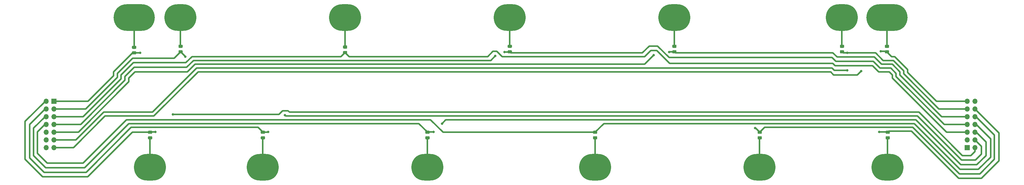
<source format=gbr>
%TF.GenerationSoftware,KiCad,Pcbnew,(5.1.9-0-10_14)*%
%TF.CreationDate,2022-08-21T20:49:42-04:00*%
%TF.ProjectId,47AhFoMoCo,34374168-466f-44d6-9f43-6f2e6b696361,rev?*%
%TF.SameCoordinates,Original*%
%TF.FileFunction,Copper,L2,Bot*%
%TF.FilePolarity,Positive*%
%FSLAX46Y46*%
G04 Gerber Fmt 4.6, Leading zero omitted, Abs format (unit mm)*
G04 Created by KiCad (PCBNEW (5.1.9-0-10_14)) date 2022-08-21 20:49:42*
%MOMM*%
%LPD*%
G01*
G04 APERTURE LIST*
%TA.AperFunction,ComponentPad*%
%ADD10R,1.700000X1.700000*%
%TD*%
%TA.AperFunction,ComponentPad*%
%ADD11O,1.700000X1.700000*%
%TD*%
%TA.AperFunction,ComponentPad*%
%ADD12O,10.500000X8.750000*%
%TD*%
%TA.AperFunction,ComponentPad*%
%ADD13O,13.500000X8.750000*%
%TD*%
%TA.AperFunction,ViaPad*%
%ADD14C,0.800000*%
%TD*%
%TA.AperFunction,Conductor*%
%ADD15C,0.500000*%
%TD*%
G04 APERTURE END LIST*
D10*
%TO.P,J13,1*%
%TO.N,/CELL01n_CONN*%
X343790000Y-124630000D03*
D11*
%TO.P,J13,2*%
%TO.N,/CELL01p_CONN*%
X346330000Y-124630000D03*
%TO.P,J13,3*%
%TO.N,/CELL02p_CONN*%
X343790000Y-122090000D03*
%TO.P,J13,4*%
%TO.N,/CELL03p_CONN*%
X346330000Y-122090000D03*
%TO.P,J13,5*%
%TO.N,/CELL04p_CONN*%
X343790000Y-119550000D03*
%TO.P,J13,6*%
%TO.N,/CELL05p_CONN*%
X346330000Y-119550000D03*
%TO.P,J13,7*%
%TO.N,/CELL06p_CONN*%
X343790000Y-117010000D03*
%TO.P,J13,8*%
%TO.N,/CELL07p_CONN*%
X346330000Y-117010000D03*
%TO.P,J13,9*%
%TO.N,/CELL08p_CONN*%
X343790000Y-114470000D03*
%TO.P,J13,10*%
%TO.N,/CELL09p_CONN*%
X346330000Y-114470000D03*
%TO.P,J13,11*%
%TO.N,/CELL10p_CONN*%
X343790000Y-111930000D03*
%TO.P,J13,12*%
%TO.N,/CELL11p_CONN*%
X346330000Y-111930000D03*
%TO.P,J13,13*%
%TO.N,/CELL12p_CONN*%
X343790000Y-109390000D03*
%TO.P,J13,14*%
%TO.N,Net-(J13-Pad14)*%
X346330000Y-109390000D03*
%TD*%
%TO.P,J14,14*%
%TO.N,Net-(J14-Pad14)*%
X41670000Y-124630000D03*
%TO.P,J14,13*%
%TO.N,/CELL12p_CONN*%
X44210000Y-124630000D03*
%TO.P,J14,12*%
%TO.N,/CELL11p_CONN*%
X41670000Y-122090000D03*
%TO.P,J14,11*%
%TO.N,/CELL10p_CONN*%
X44210000Y-122090000D03*
%TO.P,J14,10*%
%TO.N,/CELL09p_CONN*%
X41670000Y-119550000D03*
%TO.P,J14,9*%
%TO.N,/CELL08p_CONN*%
X44210000Y-119550000D03*
%TO.P,J14,8*%
%TO.N,/CELL07p_CONN*%
X41670000Y-117010000D03*
%TO.P,J14,7*%
%TO.N,/CELL06p_CONN*%
X44210000Y-117010000D03*
%TO.P,J14,6*%
%TO.N,/CELL05p_CONN*%
X41670000Y-114470000D03*
%TO.P,J14,5*%
%TO.N,/CELL04p_CONN*%
X44210000Y-114470000D03*
%TO.P,J14,4*%
%TO.N,/CELL03p_CONN*%
X41670000Y-111930000D03*
%TO.P,J14,3*%
%TO.N,/CELL02p_CONN*%
X44210000Y-111930000D03*
%TO.P,J14,2*%
%TO.N,/CELL01p_CONN*%
X41670000Y-109390000D03*
D10*
%TO.P,J14,1*%
%TO.N,/CELL01n_CONN*%
X44210000Y-109390000D03*
%TD*%
D12*
%TO.P,J10p1,1*%
%TO.N,/CELL10p*%
X302700000Y-81900000D03*
%TD*%
%TO.P,J11p1,1*%
%TO.N,/CELL11p*%
X317700000Y-131100000D03*
%TD*%
D13*
%TO.P,J12p1,1*%
%TO.N,/CELL12p*%
X317500000Y-81900000D03*
%TD*%
%TO.P,J1n1,1*%
%TO.N,/CELL01n*%
X70500000Y-81900000D03*
%TD*%
D12*
%TO.P,J1p1,1*%
%TO.N,/CELL01p*%
X75700000Y-131100000D03*
%TD*%
%TO.P,J2p1,1*%
%TO.N,/CELL02p*%
X85700000Y-81900000D03*
%TD*%
%TO.P,J3p1,1*%
%TO.N,/CELL03p*%
X112700000Y-131100000D03*
%TD*%
%TO.P,J4p1,1*%
%TO.N,/CELL04p*%
X139700000Y-81900000D03*
%TD*%
%TO.P,J5p1,1*%
%TO.N,/CELL05p*%
X166700000Y-131100000D03*
%TD*%
%TO.P,J6p1,1*%
%TO.N,/CELL06p*%
X193700000Y-81900000D03*
%TD*%
%TO.P,J7p1,1*%
%TO.N,/CELL07p*%
X221700000Y-131100000D03*
%TD*%
%TO.P,J8p1,1*%
%TO.N,/CELL08p*%
X247700000Y-81900000D03*
%TD*%
%TO.P,J9p1,1*%
%TO.N,/CELL09p*%
X275700000Y-131100000D03*
%TD*%
%TO.P,R1,1*%
%TO.N,/CELL01n_CONN*%
%TA.AperFunction,SMDPad,CuDef*%
G36*
G01*
X70950001Y-94012500D02*
X70049999Y-94012500D01*
G75*
G02*
X69800000Y-93762501I0J249999D01*
G01*
X69800000Y-93237499D01*
G75*
G02*
X70049999Y-92987500I249999J0D01*
G01*
X70950001Y-92987500D01*
G75*
G02*
X71200000Y-93237499I0J-249999D01*
G01*
X71200000Y-93762501D01*
G75*
G02*
X70950001Y-94012500I-249999J0D01*
G01*
G37*
%TD.AperFunction*%
%TO.P,R1,2*%
%TO.N,/CELL01n*%
%TA.AperFunction,SMDPad,CuDef*%
G36*
G01*
X70950001Y-92187500D02*
X70049999Y-92187500D01*
G75*
G02*
X69800000Y-91937501I0J249999D01*
G01*
X69800000Y-91412499D01*
G75*
G02*
X70049999Y-91162500I249999J0D01*
G01*
X70950001Y-91162500D01*
G75*
G02*
X71200000Y-91412499I0J-249999D01*
G01*
X71200000Y-91937501D01*
G75*
G02*
X70950001Y-92187500I-249999J0D01*
G01*
G37*
%TD.AperFunction*%
%TD*%
%TO.P,R2,2*%
%TO.N,/CELL01p*%
%TA.AperFunction,SMDPad,CuDef*%
G36*
G01*
X75299999Y-120900000D02*
X76200001Y-120900000D01*
G75*
G02*
X76450000Y-121149999I0J-249999D01*
G01*
X76450000Y-121675001D01*
G75*
G02*
X76200001Y-121925000I-249999J0D01*
G01*
X75299999Y-121925000D01*
G75*
G02*
X75050000Y-121675001I0J249999D01*
G01*
X75050000Y-121149999D01*
G75*
G02*
X75299999Y-120900000I249999J0D01*
G01*
G37*
%TD.AperFunction*%
%TO.P,R2,1*%
%TO.N,/CELL01p_CONN*%
%TA.AperFunction,SMDPad,CuDef*%
G36*
G01*
X75299999Y-119075000D02*
X76200001Y-119075000D01*
G75*
G02*
X76450000Y-119324999I0J-249999D01*
G01*
X76450000Y-119850001D01*
G75*
G02*
X76200001Y-120100000I-249999J0D01*
G01*
X75299999Y-120100000D01*
G75*
G02*
X75050000Y-119850001I0J249999D01*
G01*
X75050000Y-119324999D01*
G75*
G02*
X75299999Y-119075000I249999J0D01*
G01*
G37*
%TD.AperFunction*%
%TD*%
%TO.P,R3,1*%
%TO.N,/CELL02p_CONN*%
%TA.AperFunction,SMDPad,CuDef*%
G36*
G01*
X86200001Y-93675000D02*
X85299999Y-93675000D01*
G75*
G02*
X85050000Y-93425001I0J249999D01*
G01*
X85050000Y-92899999D01*
G75*
G02*
X85299999Y-92650000I249999J0D01*
G01*
X86200001Y-92650000D01*
G75*
G02*
X86450000Y-92899999I0J-249999D01*
G01*
X86450000Y-93425001D01*
G75*
G02*
X86200001Y-93675000I-249999J0D01*
G01*
G37*
%TD.AperFunction*%
%TO.P,R3,2*%
%TO.N,/CELL02p*%
%TA.AperFunction,SMDPad,CuDef*%
G36*
G01*
X86200001Y-91850000D02*
X85299999Y-91850000D01*
G75*
G02*
X85050000Y-91600001I0J249999D01*
G01*
X85050000Y-91074999D01*
G75*
G02*
X85299999Y-90825000I249999J0D01*
G01*
X86200001Y-90825000D01*
G75*
G02*
X86450000Y-91074999I0J-249999D01*
G01*
X86450000Y-91600001D01*
G75*
G02*
X86200001Y-91850000I-249999J0D01*
G01*
G37*
%TD.AperFunction*%
%TD*%
%TO.P,R4,2*%
%TO.N,/CELL03p*%
%TA.AperFunction,SMDPad,CuDef*%
G36*
G01*
X112299999Y-120900000D02*
X113200001Y-120900000D01*
G75*
G02*
X113450000Y-121149999I0J-249999D01*
G01*
X113450000Y-121675001D01*
G75*
G02*
X113200001Y-121925000I-249999J0D01*
G01*
X112299999Y-121925000D01*
G75*
G02*
X112050000Y-121675001I0J249999D01*
G01*
X112050000Y-121149999D01*
G75*
G02*
X112299999Y-120900000I249999J0D01*
G01*
G37*
%TD.AperFunction*%
%TO.P,R4,1*%
%TO.N,/CELL03p_CONN*%
%TA.AperFunction,SMDPad,CuDef*%
G36*
G01*
X112299999Y-119075000D02*
X113200001Y-119075000D01*
G75*
G02*
X113450000Y-119324999I0J-249999D01*
G01*
X113450000Y-119850001D01*
G75*
G02*
X113200001Y-120100000I-249999J0D01*
G01*
X112299999Y-120100000D01*
G75*
G02*
X112050000Y-119850001I0J249999D01*
G01*
X112050000Y-119324999D01*
G75*
G02*
X112299999Y-119075000I249999J0D01*
G01*
G37*
%TD.AperFunction*%
%TD*%
%TO.P,R5,1*%
%TO.N,/CELL04p_CONN*%
%TA.AperFunction,SMDPad,CuDef*%
G36*
G01*
X140162501Y-93925000D02*
X139262499Y-93925000D01*
G75*
G02*
X139012500Y-93675001I0J249999D01*
G01*
X139012500Y-93149999D01*
G75*
G02*
X139262499Y-92900000I249999J0D01*
G01*
X140162501Y-92900000D01*
G75*
G02*
X140412500Y-93149999I0J-249999D01*
G01*
X140412500Y-93675001D01*
G75*
G02*
X140162501Y-93925000I-249999J0D01*
G01*
G37*
%TD.AperFunction*%
%TO.P,R5,2*%
%TO.N,/CELL04p*%
%TA.AperFunction,SMDPad,CuDef*%
G36*
G01*
X140162501Y-92100000D02*
X139262499Y-92100000D01*
G75*
G02*
X139012500Y-91850001I0J249999D01*
G01*
X139012500Y-91324999D01*
G75*
G02*
X139262499Y-91075000I249999J0D01*
G01*
X140162501Y-91075000D01*
G75*
G02*
X140412500Y-91324999I0J-249999D01*
G01*
X140412500Y-91850001D01*
G75*
G02*
X140162501Y-92100000I-249999J0D01*
G01*
G37*
%TD.AperFunction*%
%TD*%
%TO.P,R6,2*%
%TO.N,/CELL05p*%
%TA.AperFunction,SMDPad,CuDef*%
G36*
G01*
X166299999Y-120900000D02*
X167200001Y-120900000D01*
G75*
G02*
X167450000Y-121149999I0J-249999D01*
G01*
X167450000Y-121675001D01*
G75*
G02*
X167200001Y-121925000I-249999J0D01*
G01*
X166299999Y-121925000D01*
G75*
G02*
X166050000Y-121675001I0J249999D01*
G01*
X166050000Y-121149999D01*
G75*
G02*
X166299999Y-120900000I249999J0D01*
G01*
G37*
%TD.AperFunction*%
%TO.P,R6,1*%
%TO.N,/CELL05p_CONN*%
%TA.AperFunction,SMDPad,CuDef*%
G36*
G01*
X166299999Y-119075000D02*
X167200001Y-119075000D01*
G75*
G02*
X167450000Y-119324999I0J-249999D01*
G01*
X167450000Y-119850001D01*
G75*
G02*
X167200001Y-120100000I-249999J0D01*
G01*
X166299999Y-120100000D01*
G75*
G02*
X166050000Y-119850001I0J249999D01*
G01*
X166050000Y-119324999D01*
G75*
G02*
X166299999Y-119075000I249999J0D01*
G01*
G37*
%TD.AperFunction*%
%TD*%
%TO.P,R7,1*%
%TO.N,/CELL06p_CONN*%
%TA.AperFunction,SMDPad,CuDef*%
G36*
G01*
X194200001Y-93675000D02*
X193299999Y-93675000D01*
G75*
G02*
X193050000Y-93425001I0J249999D01*
G01*
X193050000Y-92899999D01*
G75*
G02*
X193299999Y-92650000I249999J0D01*
G01*
X194200001Y-92650000D01*
G75*
G02*
X194450000Y-92899999I0J-249999D01*
G01*
X194450000Y-93425001D01*
G75*
G02*
X194200001Y-93675000I-249999J0D01*
G01*
G37*
%TD.AperFunction*%
%TO.P,R7,2*%
%TO.N,/CELL06p*%
%TA.AperFunction,SMDPad,CuDef*%
G36*
G01*
X194200001Y-91850000D02*
X193299999Y-91850000D01*
G75*
G02*
X193050000Y-91600001I0J249999D01*
G01*
X193050000Y-91074999D01*
G75*
G02*
X193299999Y-90825000I249999J0D01*
G01*
X194200001Y-90825000D01*
G75*
G02*
X194450000Y-91074999I0J-249999D01*
G01*
X194450000Y-91600001D01*
G75*
G02*
X194200001Y-91850000I-249999J0D01*
G01*
G37*
%TD.AperFunction*%
%TD*%
%TO.P,R8,2*%
%TO.N,/CELL07p*%
%TA.AperFunction,SMDPad,CuDef*%
G36*
G01*
X221299999Y-120900000D02*
X222200001Y-120900000D01*
G75*
G02*
X222450000Y-121149999I0J-249999D01*
G01*
X222450000Y-121675001D01*
G75*
G02*
X222200001Y-121925000I-249999J0D01*
G01*
X221299999Y-121925000D01*
G75*
G02*
X221050000Y-121675001I0J249999D01*
G01*
X221050000Y-121149999D01*
G75*
G02*
X221299999Y-120900000I249999J0D01*
G01*
G37*
%TD.AperFunction*%
%TO.P,R8,1*%
%TO.N,/CELL07p_CONN*%
%TA.AperFunction,SMDPad,CuDef*%
G36*
G01*
X221299999Y-119075000D02*
X222200001Y-119075000D01*
G75*
G02*
X222450000Y-119324999I0J-249999D01*
G01*
X222450000Y-119850001D01*
G75*
G02*
X222200001Y-120100000I-249999J0D01*
G01*
X221299999Y-120100000D01*
G75*
G02*
X221050000Y-119850001I0J249999D01*
G01*
X221050000Y-119324999D01*
G75*
G02*
X221299999Y-119075000I249999J0D01*
G01*
G37*
%TD.AperFunction*%
%TD*%
%TO.P,R9,1*%
%TO.N,/CELL08p_CONN*%
%TA.AperFunction,SMDPad,CuDef*%
G36*
G01*
X248200001Y-93675000D02*
X247299999Y-93675000D01*
G75*
G02*
X247050000Y-93425001I0J249999D01*
G01*
X247050000Y-92899999D01*
G75*
G02*
X247299999Y-92650000I249999J0D01*
G01*
X248200001Y-92650000D01*
G75*
G02*
X248450000Y-92899999I0J-249999D01*
G01*
X248450000Y-93425001D01*
G75*
G02*
X248200001Y-93675000I-249999J0D01*
G01*
G37*
%TD.AperFunction*%
%TO.P,R9,2*%
%TO.N,/CELL08p*%
%TA.AperFunction,SMDPad,CuDef*%
G36*
G01*
X248200001Y-91850000D02*
X247299999Y-91850000D01*
G75*
G02*
X247050000Y-91600001I0J249999D01*
G01*
X247050000Y-91074999D01*
G75*
G02*
X247299999Y-90825000I249999J0D01*
G01*
X248200001Y-90825000D01*
G75*
G02*
X248450000Y-91074999I0J-249999D01*
G01*
X248450000Y-91600001D01*
G75*
G02*
X248200001Y-91850000I-249999J0D01*
G01*
G37*
%TD.AperFunction*%
%TD*%
%TO.P,R10,2*%
%TO.N,/CELL09p*%
%TA.AperFunction,SMDPad,CuDef*%
G36*
G01*
X275299999Y-120900000D02*
X276200001Y-120900000D01*
G75*
G02*
X276450000Y-121149999I0J-249999D01*
G01*
X276450000Y-121675001D01*
G75*
G02*
X276200001Y-121925000I-249999J0D01*
G01*
X275299999Y-121925000D01*
G75*
G02*
X275050000Y-121675001I0J249999D01*
G01*
X275050000Y-121149999D01*
G75*
G02*
X275299999Y-120900000I249999J0D01*
G01*
G37*
%TD.AperFunction*%
%TO.P,R10,1*%
%TO.N,/CELL09p_CONN*%
%TA.AperFunction,SMDPad,CuDef*%
G36*
G01*
X275299999Y-119075000D02*
X276200001Y-119075000D01*
G75*
G02*
X276450000Y-119324999I0J-249999D01*
G01*
X276450000Y-119850001D01*
G75*
G02*
X276200001Y-120100000I-249999J0D01*
G01*
X275299999Y-120100000D01*
G75*
G02*
X275050000Y-119850001I0J249999D01*
G01*
X275050000Y-119324999D01*
G75*
G02*
X275299999Y-119075000I249999J0D01*
G01*
G37*
%TD.AperFunction*%
%TD*%
%TO.P,R11,1*%
%TO.N,/CELL10p_CONN*%
%TA.AperFunction,SMDPad,CuDef*%
G36*
G01*
X303200001Y-93675000D02*
X302299999Y-93675000D01*
G75*
G02*
X302050000Y-93425001I0J249999D01*
G01*
X302050000Y-92899999D01*
G75*
G02*
X302299999Y-92650000I249999J0D01*
G01*
X303200001Y-92650000D01*
G75*
G02*
X303450000Y-92899999I0J-249999D01*
G01*
X303450000Y-93425001D01*
G75*
G02*
X303200001Y-93675000I-249999J0D01*
G01*
G37*
%TD.AperFunction*%
%TO.P,R11,2*%
%TO.N,/CELL10p*%
%TA.AperFunction,SMDPad,CuDef*%
G36*
G01*
X303200001Y-91850000D02*
X302299999Y-91850000D01*
G75*
G02*
X302050000Y-91600001I0J249999D01*
G01*
X302050000Y-91074999D01*
G75*
G02*
X302299999Y-90825000I249999J0D01*
G01*
X303200001Y-90825000D01*
G75*
G02*
X303450000Y-91074999I0J-249999D01*
G01*
X303450000Y-91600001D01*
G75*
G02*
X303200001Y-91850000I-249999J0D01*
G01*
G37*
%TD.AperFunction*%
%TD*%
%TO.P,R12,2*%
%TO.N,/CELL11p*%
%TA.AperFunction,SMDPad,CuDef*%
G36*
G01*
X317299999Y-120900000D02*
X318200001Y-120900000D01*
G75*
G02*
X318450000Y-121149999I0J-249999D01*
G01*
X318450000Y-121675001D01*
G75*
G02*
X318200001Y-121925000I-249999J0D01*
G01*
X317299999Y-121925000D01*
G75*
G02*
X317050000Y-121675001I0J249999D01*
G01*
X317050000Y-121149999D01*
G75*
G02*
X317299999Y-120900000I249999J0D01*
G01*
G37*
%TD.AperFunction*%
%TO.P,R12,1*%
%TO.N,/CELL11p_CONN*%
%TA.AperFunction,SMDPad,CuDef*%
G36*
G01*
X317299999Y-119075000D02*
X318200001Y-119075000D01*
G75*
G02*
X318450000Y-119324999I0J-249999D01*
G01*
X318450000Y-119850001D01*
G75*
G02*
X318200001Y-120100000I-249999J0D01*
G01*
X317299999Y-120100000D01*
G75*
G02*
X317050000Y-119850001I0J249999D01*
G01*
X317050000Y-119324999D01*
G75*
G02*
X317299999Y-119075000I249999J0D01*
G01*
G37*
%TD.AperFunction*%
%TD*%
%TO.P,R13,1*%
%TO.N,/CELL12p_CONN*%
%TA.AperFunction,SMDPad,CuDef*%
G36*
G01*
X317950001Y-93675000D02*
X317049999Y-93675000D01*
G75*
G02*
X316800000Y-93425001I0J249999D01*
G01*
X316800000Y-92899999D01*
G75*
G02*
X317049999Y-92650000I249999J0D01*
G01*
X317950001Y-92650000D01*
G75*
G02*
X318200000Y-92899999I0J-249999D01*
G01*
X318200000Y-93425001D01*
G75*
G02*
X317950001Y-93675000I-249999J0D01*
G01*
G37*
%TD.AperFunction*%
%TO.P,R13,2*%
%TO.N,/CELL12p*%
%TA.AperFunction,SMDPad,CuDef*%
G36*
G01*
X317950001Y-91850000D02*
X317049999Y-91850000D01*
G75*
G02*
X316800000Y-91600001I0J249999D01*
G01*
X316800000Y-91074999D01*
G75*
G02*
X317049999Y-90825000I249999J0D01*
G01*
X317950001Y-90825000D01*
G75*
G02*
X318200000Y-91074999I0J-249999D01*
G01*
X318200000Y-91600001D01*
G75*
G02*
X317950001Y-91850000I-249999J0D01*
G01*
G37*
%TD.AperFunction*%
%TD*%
D14*
%TO.N,/CELL01n_CONN*%
X72500000Y-93500000D03*
%TO.N,/CELL01p_CONN*%
X77500000Y-119500000D03*
X83250000Y-113750000D03*
%TO.N,/CELL02p_CONN*%
X87250000Y-94750000D03*
%TO.N,/CELL03p_CONN*%
X114500000Y-119500000D03*
X120000000Y-114000000D03*
%TO.N,/CELL05p_CONN*%
X168750000Y-119500000D03*
X171500000Y-116750000D03*
%TO.N,/CELL06p_CONN*%
X192000000Y-93250000D03*
X189000000Y-94500000D03*
%TO.N,/CELL08p_CONN*%
X246000000Y-93250000D03*
X241000000Y-94249998D03*
%TO.N,/CELL09p_CONN*%
X274250000Y-118250000D03*
%TO.N,/CELL10p_CONN*%
X304500000Y-99250000D03*
X304500000Y-93500000D03*
%TO.N,/CELL11p_CONN*%
X315000000Y-119500000D03*
%TO.N,/CELL12p_CONN*%
X309000000Y-99500000D03*
X315500000Y-93000000D03*
%TD*%
D15*
%TO.N,/CELL01n_CONN*%
X63750000Y-99750000D02*
X70000000Y-93500000D01*
X63750000Y-101000000D02*
X63750000Y-99750000D01*
X55360000Y-109390000D02*
X63750000Y-101000000D01*
X70000000Y-93500000D02*
X70500000Y-93500000D01*
X44210000Y-109390000D02*
X55360000Y-109390000D01*
X70500000Y-93500000D02*
X72500000Y-93500000D01*
%TO.N,/CELL01p_CONN*%
X75837500Y-119500000D02*
X75750000Y-119587500D01*
X77500000Y-119500000D02*
X75837500Y-119500000D01*
X118000000Y-113750000D02*
X83250000Y-113750000D01*
X119250000Y-112500000D02*
X118000000Y-113750000D01*
X121000000Y-112500000D02*
X119250000Y-112500000D01*
X121500000Y-113000000D02*
X121000000Y-112500000D01*
X328000000Y-113000000D02*
X121500000Y-113000000D01*
X345000000Y-127250000D02*
X342250000Y-127250000D01*
X342250000Y-127250000D02*
X328000000Y-113000000D01*
X346330000Y-125920000D02*
X345000000Y-127250000D01*
X346330000Y-124630000D02*
X346330000Y-125920000D01*
X69912500Y-119587500D02*
X75750000Y-119587500D01*
X55250000Y-134250000D02*
X69912500Y-119587500D01*
X41670000Y-109390000D02*
X41360000Y-109390000D01*
X41360000Y-109390000D02*
X34750000Y-116000000D01*
X40500000Y-134250000D02*
X55250000Y-134250000D01*
X34750000Y-128500000D02*
X40500000Y-134250000D01*
X34750000Y-116000000D02*
X34750000Y-128500000D01*
%TO.N,/CELL02p_CONN*%
X87250000Y-94662500D02*
X87250000Y-94750000D01*
X85750000Y-93162500D02*
X87250000Y-94662500D01*
X83662500Y-95250000D02*
X85750000Y-93162500D01*
X70000000Y-95250000D02*
X83662500Y-95250000D01*
X65000000Y-101500000D02*
X65000000Y-100250000D01*
X54570000Y-111930000D02*
X65000000Y-101500000D01*
X65000000Y-100250000D02*
X70000000Y-95250000D01*
X44210000Y-111930000D02*
X54570000Y-111930000D01*
%TO.N,/CELL03p_CONN*%
X114412500Y-119587500D02*
X114500000Y-119500000D01*
X112750000Y-119587500D02*
X114412500Y-119587500D01*
X327500000Y-114250000D02*
X120250000Y-114250000D01*
X120250000Y-114250000D02*
X120000000Y-114000000D01*
X342000000Y-128750000D02*
X327500000Y-114250000D01*
X346500000Y-128750000D02*
X342000000Y-128750000D01*
X348500000Y-126750000D02*
X346500000Y-128750000D01*
X348500000Y-124260000D02*
X348500000Y-126750000D01*
X346330000Y-122090000D02*
X348500000Y-124260000D01*
X69500000Y-118000000D02*
X111162500Y-118000000D01*
X54750000Y-132750000D02*
X69500000Y-118000000D01*
X41000000Y-132750000D02*
X54750000Y-132750000D01*
X36250000Y-128000000D02*
X41000000Y-132750000D01*
X36250000Y-117000000D02*
X36250000Y-128000000D01*
X41320000Y-111930000D02*
X36250000Y-117000000D01*
X111162500Y-118000000D02*
X112750000Y-119587500D01*
X41670000Y-111930000D02*
X41320000Y-111930000D01*
%TO.N,/CELL04p_CONN*%
X138375000Y-94750000D02*
X139712500Y-93412500D01*
X89500000Y-94750000D02*
X138375000Y-94750000D01*
X87500000Y-96750000D02*
X89500000Y-94750000D01*
X66250000Y-100750000D02*
X70250000Y-96750000D01*
X44210000Y-114470000D02*
X53780000Y-114470000D01*
X66250000Y-102000000D02*
X66250000Y-100750000D01*
X70250000Y-96750000D02*
X87500000Y-96750000D01*
X53780000Y-114470000D02*
X66250000Y-102000000D01*
X141050000Y-94750000D02*
X139712500Y-93412500D01*
X186500000Y-94750000D02*
X141050000Y-94750000D01*
X188250000Y-93000000D02*
X186500000Y-94750000D01*
X191250000Y-94750000D02*
X189500000Y-93000000D01*
X238000000Y-94750000D02*
X191250000Y-94750000D01*
X240000000Y-92750000D02*
X238000000Y-94750000D01*
X189500000Y-93000000D02*
X188250000Y-93000000D01*
X318250000Y-99750000D02*
X314750000Y-99750000D01*
X319250000Y-100750000D02*
X318250000Y-99750000D01*
X241937500Y-92750000D02*
X240000000Y-92750000D01*
X314750000Y-99750000D02*
X312750000Y-97750000D01*
X319250000Y-101750000D02*
X319250000Y-100750000D01*
X299750000Y-97000000D02*
X246187500Y-97000000D01*
X337050000Y-119550000D02*
X319250000Y-101750000D01*
X312750000Y-97750000D02*
X300500000Y-97750000D01*
X300500000Y-97750000D02*
X299750000Y-97000000D01*
X246187500Y-97000000D02*
X241937500Y-92750000D01*
X343790000Y-119550000D02*
X337050000Y-119550000D01*
%TO.N,/CELL05p_CONN*%
X166837500Y-119500000D02*
X166750000Y-119587500D01*
X168750000Y-119500000D02*
X166837500Y-119500000D01*
X172750000Y-115500000D02*
X174250000Y-115500000D01*
X171500000Y-116750000D02*
X172750000Y-115500000D01*
X174250000Y-115500000D02*
X174000000Y-115500000D01*
X341750000Y-130250000D02*
X327000000Y-115500000D01*
X327000000Y-115500000D02*
X174250000Y-115500000D01*
X350000000Y-122750000D02*
X350000000Y-127250000D01*
X350000000Y-127250000D02*
X347000000Y-130250000D01*
X346800000Y-119550000D02*
X350000000Y-122750000D01*
X347000000Y-130250000D02*
X341750000Y-130250000D01*
X346330000Y-119550000D02*
X346800000Y-119550000D01*
X163912500Y-116750000D02*
X166750000Y-119587500D01*
X68750000Y-116750000D02*
X163912500Y-116750000D01*
X37500000Y-127250000D02*
X41500000Y-131250000D01*
X41500000Y-131250000D02*
X54250000Y-131250000D01*
X54250000Y-131250000D02*
X68750000Y-116750000D01*
X37500000Y-118250000D02*
X37500000Y-127250000D01*
X41280000Y-114470000D02*
X37500000Y-118250000D01*
X41670000Y-114470000D02*
X41280000Y-114470000D01*
%TO.N,/CELL06p_CONN*%
X193662500Y-93250000D02*
X193750000Y-93162500D01*
X192000000Y-93250000D02*
X193662500Y-93250000D01*
X194087500Y-93500000D02*
X193750000Y-93162500D01*
X336260000Y-117010000D02*
X320500000Y-101250000D01*
X242250000Y-91250000D02*
X239500000Y-91250000D01*
X237250000Y-93500000D02*
X194087500Y-93500000D01*
X246000000Y-95000000D02*
X242250000Y-91250000D01*
X239500000Y-91250000D02*
X237250000Y-93500000D01*
X299500000Y-95000000D02*
X246000000Y-95000000D01*
X318750000Y-98500000D02*
X315250000Y-98500000D01*
X300750000Y-96250000D02*
X299500000Y-95000000D01*
X315250000Y-98500000D02*
X313000000Y-96250000D01*
X313000000Y-96250000D02*
X300750000Y-96250000D01*
X320500000Y-100250000D02*
X318750000Y-98500000D01*
X320500000Y-101250000D02*
X320500000Y-100250000D01*
X343790000Y-117010000D02*
X336260000Y-117010000D01*
X187500000Y-96000000D02*
X189000000Y-94500000D01*
X70500000Y-98250000D02*
X87750000Y-98250000D01*
X67500000Y-101250000D02*
X70500000Y-98250000D01*
X67500000Y-102500000D02*
X67500000Y-101250000D01*
X52990000Y-117010000D02*
X67500000Y-102500000D01*
X90000000Y-96000000D02*
X187500000Y-96000000D01*
X87750000Y-98250000D02*
X90000000Y-96000000D01*
X44210000Y-117010000D02*
X52990000Y-117010000D01*
%TO.N,/CELL07p_CONN*%
X224587500Y-116750000D02*
X221750000Y-119587500D01*
X326500000Y-116750000D02*
X224587500Y-116750000D01*
X341500000Y-131750000D02*
X326500000Y-116750000D01*
X347500000Y-131750000D02*
X341500000Y-131750000D01*
X346330000Y-117010000D02*
X346760000Y-117010000D01*
X351500000Y-121750000D02*
X351500000Y-127750000D01*
X351500000Y-127750000D02*
X347500000Y-131750000D01*
X346760000Y-117010000D02*
X351500000Y-121750000D01*
X171837500Y-119587500D02*
X221750000Y-119587500D01*
X167750000Y-115500000D02*
X171837500Y-119587500D01*
X68000000Y-115500000D02*
X167750000Y-115500000D01*
X42000000Y-129750000D02*
X53750000Y-129750000D01*
X38750000Y-126500000D02*
X42000000Y-129750000D01*
X38750000Y-119500000D02*
X38750000Y-126500000D01*
X53750000Y-129750000D02*
X68000000Y-115500000D01*
X41240000Y-117010000D02*
X38750000Y-119500000D01*
X41670000Y-117010000D02*
X41240000Y-117010000D01*
%TO.N,/CELL08p_CONN*%
X246087500Y-93162500D02*
X246000000Y-93250000D01*
X247750000Y-93162500D02*
X246087500Y-93162500D01*
X299750000Y-93500000D02*
X248087500Y-93500000D01*
X301125000Y-94875000D02*
X299750000Y-93500000D01*
X248087500Y-93500000D02*
X247750000Y-93162500D01*
X315750000Y-97250000D02*
X313375000Y-94875000D01*
X319250000Y-97250000D02*
X315750000Y-97250000D01*
X335470000Y-114470000D02*
X321750000Y-100750000D01*
X321750000Y-99750000D02*
X319250000Y-97250000D01*
X313375000Y-94875000D02*
X301125000Y-94875000D01*
X321750000Y-100750000D02*
X321750000Y-99750000D01*
X343790000Y-114470000D02*
X335470000Y-114470000D01*
X237999998Y-97250000D02*
X241000000Y-94249998D01*
X70750000Y-99750000D02*
X88000000Y-99750000D01*
X68750000Y-103000000D02*
X68750000Y-101750000D01*
X52200000Y-119550000D02*
X68750000Y-103000000D01*
X88000000Y-99750000D02*
X90500000Y-97250000D01*
X68750000Y-101750000D02*
X70750000Y-99750000D01*
X90500000Y-97250000D02*
X237999998Y-97250000D01*
X44210000Y-119550000D02*
X52200000Y-119550000D01*
%TO.N,/CELL09p_CONN*%
X275662500Y-119500000D02*
X275750000Y-119587500D01*
X274412500Y-118250000D02*
X275750000Y-119587500D01*
X274250000Y-118250000D02*
X274412500Y-118250000D01*
X277337500Y-118000000D02*
X275750000Y-119587500D01*
X341250000Y-133250000D02*
X326000000Y-118000000D01*
X326000000Y-118000000D02*
X277337500Y-118000000D01*
X348000000Y-133250000D02*
X341250000Y-133250000D01*
X352750000Y-120500000D02*
X352750000Y-128500000D01*
X346720000Y-114470000D02*
X352750000Y-120500000D01*
X352750000Y-128500000D02*
X348000000Y-133250000D01*
X346330000Y-114470000D02*
X346720000Y-114470000D01*
%TO.N,/CELL10p_CONN*%
X303087500Y-93500000D02*
X302750000Y-93162500D01*
X316250000Y-96000000D02*
X313750000Y-93500000D01*
X323000000Y-100375000D02*
X323000000Y-99375000D01*
X323000000Y-99375000D02*
X319625000Y-96000000D01*
X334555000Y-111930000D02*
X323000000Y-100375000D01*
X319625000Y-96000000D02*
X316250000Y-96000000D01*
X343790000Y-111930000D02*
X334555000Y-111930000D01*
X304500000Y-93500000D02*
X303087500Y-93500000D01*
X313750000Y-93500000D02*
X304500000Y-93500000D01*
X299500000Y-98500000D02*
X300250000Y-99250000D01*
X300250000Y-99250000D02*
X304500000Y-99250000D01*
X60500000Y-113000000D02*
X76500000Y-113000000D01*
X91000000Y-98500000D02*
X299500000Y-98500000D01*
X76500000Y-113000000D02*
X91000000Y-98500000D01*
X51410000Y-122090000D02*
X60500000Y-113000000D01*
X44210000Y-122090000D02*
X51410000Y-122090000D01*
%TO.N,/CELL11p_CONN*%
X317662500Y-119500000D02*
X317750000Y-119587500D01*
X315000000Y-119500000D02*
X317662500Y-119500000D01*
X354250000Y-129000000D02*
X354250000Y-119850000D01*
X348500000Y-134750000D02*
X354250000Y-129000000D01*
X341000000Y-134750000D02*
X348500000Y-134750000D01*
X325500000Y-119250000D02*
X341000000Y-134750000D01*
X354250000Y-119850000D02*
X346330000Y-111930000D01*
X318087500Y-119250000D02*
X325500000Y-119250000D01*
X317750000Y-119587500D02*
X318087500Y-119250000D01*
%TO.N,/CELL12p_CONN*%
X317337500Y-93000000D02*
X317500000Y-93162500D01*
X315500000Y-93000000D02*
X317337500Y-93000000D01*
X333727500Y-109390000D02*
X343790000Y-109390000D01*
X324250000Y-99912500D02*
X333727500Y-109390000D01*
X324250000Y-99000000D02*
X324250000Y-99912500D01*
X317500000Y-93250000D02*
X319000000Y-94750000D01*
X320000000Y-94750000D02*
X324250000Y-99000000D01*
X319000000Y-94750000D02*
X320000000Y-94750000D01*
X317500000Y-93162500D02*
X317500000Y-93250000D01*
X50620000Y-124630000D02*
X44210000Y-124630000D01*
X61000000Y-114250000D02*
X50620000Y-124630000D01*
X77000000Y-114250000D02*
X61000000Y-114250000D01*
X91500000Y-99750000D02*
X77000000Y-114250000D01*
X300000000Y-100750000D02*
X299000000Y-99750000D01*
X307750000Y-100750000D02*
X300000000Y-100750000D01*
X299000000Y-99750000D02*
X91500000Y-99750000D01*
X309000000Y-99500000D02*
X307750000Y-100750000D01*
%TO.N,/CELL10p*%
X302700000Y-91287500D02*
X302750000Y-91337500D01*
X302700000Y-81900000D02*
X302700000Y-91287500D01*
%TO.N,/CELL11p*%
X317700000Y-121462500D02*
X317750000Y-121412500D01*
X317700000Y-131100000D02*
X317700000Y-121462500D01*
%TO.N,/CELL12p*%
X317500000Y-81900000D02*
X317500000Y-91337500D01*
%TO.N,/CELL01n*%
X70500000Y-81900000D02*
X70500000Y-91675000D01*
%TO.N,/CELL01p*%
X75700000Y-121462500D02*
X75750000Y-121412500D01*
X75700000Y-131100000D02*
X75700000Y-121462500D01*
%TO.N,/CELL02p*%
X85700000Y-91287500D02*
X85750000Y-91337500D01*
X85700000Y-81900000D02*
X85700000Y-91287500D01*
%TO.N,/CELL03p*%
X112700000Y-121462500D02*
X112750000Y-121412500D01*
X112700000Y-131100000D02*
X112700000Y-121462500D01*
%TO.N,/CELL04p*%
X139700000Y-91575000D02*
X139712500Y-91587500D01*
X139700000Y-81900000D02*
X139700000Y-91575000D01*
%TO.N,/CELL05p*%
X166700000Y-121462500D02*
X166750000Y-121412500D01*
X166700000Y-131100000D02*
X166700000Y-121462500D01*
%TO.N,/CELL06p*%
X193700000Y-91287500D02*
X193750000Y-91337500D01*
X193700000Y-81900000D02*
X193700000Y-91287500D01*
%TO.N,/CELL07p*%
X221700000Y-121462500D02*
X221750000Y-121412500D01*
X221700000Y-131100000D02*
X221700000Y-121462500D01*
%TO.N,/CELL08p*%
X247700000Y-91287500D02*
X247750000Y-91337500D01*
X247700000Y-81900000D02*
X247700000Y-91287500D01*
%TO.N,/CELL09p*%
X275700000Y-121462500D02*
X275750000Y-121412500D01*
X275700000Y-131100000D02*
X275700000Y-121462500D01*
%TD*%
M02*

</source>
